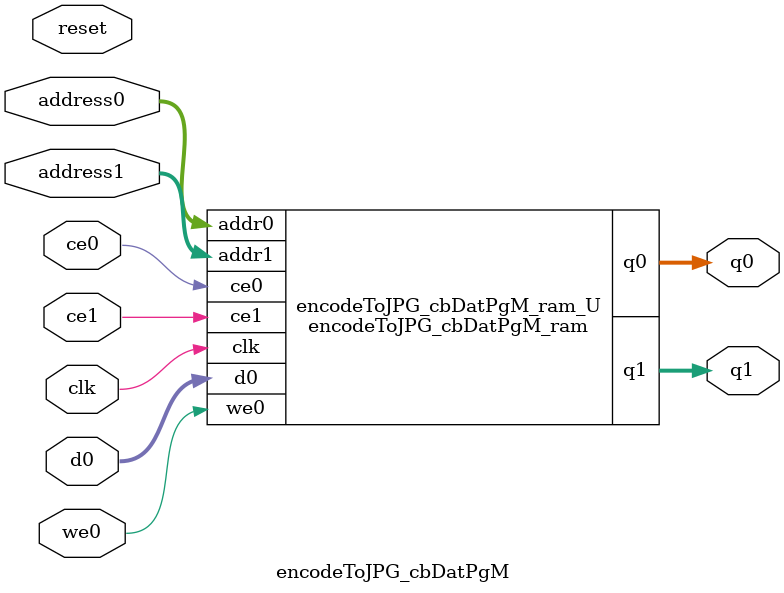
<source format=v>
`timescale 1 ns / 1 ps
module encodeToJPG_cbDatPgM_ram (addr0, ce0, d0, we0, q0, addr1, ce1, q1,  clk);

parameter DWIDTH = 8;
parameter AWIDTH = 3;
parameter MEM_SIZE = 8;

input[AWIDTH-1:0] addr0;
input ce0;
input[DWIDTH-1:0] d0;
input we0;
output reg[DWIDTH-1:0] q0;
input[AWIDTH-1:0] addr1;
input ce1;
output reg[DWIDTH-1:0] q1;
input clk;

(* ram_style = "distributed" *)reg [DWIDTH-1:0] ram[0:MEM_SIZE-1];




always @(posedge clk)  
begin 
    if (ce0) 
    begin
        if (we0) 
        begin 
            ram[addr0] <= d0; 
        end 
        q0 <= ram[addr0];
    end
end


always @(posedge clk)  
begin 
    if (ce1) 
    begin
        q1 <= ram[addr1];
    end
end


endmodule

`timescale 1 ns / 1 ps
module encodeToJPG_cbDatPgM(
    reset,
    clk,
    address0,
    ce0,
    we0,
    d0,
    q0,
    address1,
    ce1,
    q1);

parameter DataWidth = 32'd8;
parameter AddressRange = 32'd8;
parameter AddressWidth = 32'd3;
input reset;
input clk;
input[AddressWidth - 1:0] address0;
input ce0;
input we0;
input[DataWidth - 1:0] d0;
output[DataWidth - 1:0] q0;
input[AddressWidth - 1:0] address1;
input ce1;
output[DataWidth - 1:0] q1;



encodeToJPG_cbDatPgM_ram encodeToJPG_cbDatPgM_ram_U(
    .clk( clk ),
    .addr0( address0 ),
    .ce0( ce0 ),
    .we0( we0 ),
    .d0( d0 ),
    .q0( q0 ),
    .addr1( address1 ),
    .ce1( ce1 ),
    .q1( q1 ));

endmodule


</source>
